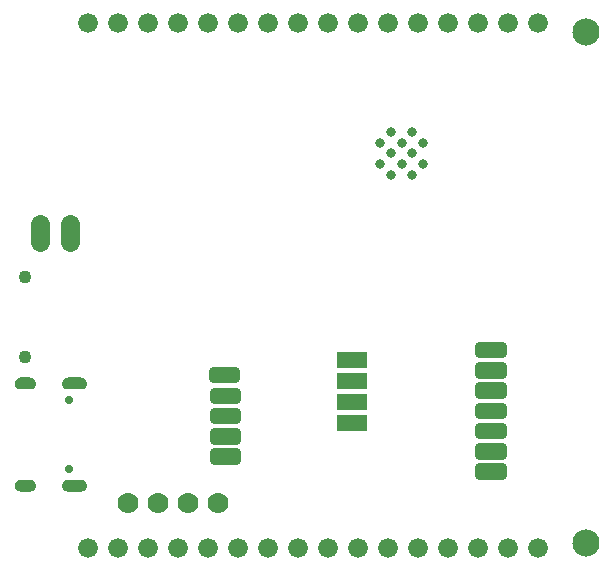
<source format=gbr>
G04 EAGLE Gerber RS-274X export*
G75*
%MOMM*%
%FSLAX34Y34*%
%LPD*%
%INSoldermask Bottom*%
%IPPOS*%
%AMOC8*
5,1,8,0,0,1.08239X$1,22.5*%
G01*
%ADD10C,2.301600*%
%ADD11C,1.676400*%
%ADD12C,0.809600*%
%ADD13C,1.101600*%
%ADD14C,0.701600*%
%ADD15C,1.625600*%
%ADD16C,1.778000*%
%ADD17R,2.641600X1.371600*%
%ADD18C,0.740663*%

G36*
X87208Y-179742D02*
X87208Y-179742D01*
X87211Y-179744D01*
X88323Y-179619D01*
X88329Y-179613D01*
X88334Y-179616D01*
X89391Y-179246D01*
X89395Y-179240D01*
X89401Y-179242D01*
X90349Y-178646D01*
X90352Y-178638D01*
X90357Y-178639D01*
X91149Y-177847D01*
X91150Y-177839D01*
X91156Y-177839D01*
X91752Y-176891D01*
X91751Y-176882D01*
X91756Y-176881D01*
X92126Y-175824D01*
X92125Y-175820D01*
X92127Y-175818D01*
X92125Y-175815D01*
X92129Y-175813D01*
X92254Y-174701D01*
X92250Y-174694D01*
X92254Y-174690D01*
X92141Y-173587D01*
X92135Y-173581D01*
X92139Y-173577D01*
X91783Y-172527D01*
X91776Y-172522D01*
X91778Y-172517D01*
X91198Y-171572D01*
X91191Y-171569D01*
X91191Y-171563D01*
X90416Y-170772D01*
X90407Y-170770D01*
X90407Y-170765D01*
X89474Y-170165D01*
X89466Y-170166D01*
X89465Y-170161D01*
X88422Y-169784D01*
X88414Y-169786D01*
X88411Y-169781D01*
X87311Y-169646D01*
X87308Y-169648D01*
X87307Y-169648D01*
X87305Y-169646D01*
X76305Y-169646D01*
X76302Y-169648D01*
X76300Y-169646D01*
X75175Y-169762D01*
X75169Y-169767D01*
X75164Y-169764D01*
X74093Y-170127D01*
X74089Y-170134D01*
X74083Y-170131D01*
X73120Y-170724D01*
X73117Y-170731D01*
X73111Y-170730D01*
X72303Y-171522D01*
X72302Y-171530D01*
X72297Y-171531D01*
X71685Y-172482D01*
X71686Y-172488D01*
X71682Y-172491D01*
X71682Y-172492D01*
X71681Y-172492D01*
X71296Y-173556D01*
X71299Y-173564D01*
X71294Y-173567D01*
X71156Y-174689D01*
X71160Y-174696D01*
X71156Y-174701D01*
X71281Y-175813D01*
X71287Y-175819D01*
X71284Y-175824D01*
X71654Y-176881D01*
X71661Y-176885D01*
X71658Y-176891D01*
X72254Y-177839D01*
X72262Y-177842D01*
X72261Y-177847D01*
X73053Y-178639D01*
X73061Y-178640D01*
X73061Y-178646D01*
X74009Y-179242D01*
X74018Y-179241D01*
X74019Y-179246D01*
X75076Y-179616D01*
X75084Y-179614D01*
X75087Y-179619D01*
X76200Y-179744D01*
X76203Y-179742D01*
X76205Y-179744D01*
X87205Y-179744D01*
X87208Y-179742D01*
G37*
G36*
X87208Y-93242D02*
X87208Y-93242D01*
X87211Y-93244D01*
X88323Y-93119D01*
X88329Y-93113D01*
X88334Y-93116D01*
X89391Y-92746D01*
X89395Y-92740D01*
X89401Y-92742D01*
X90349Y-92146D01*
X90352Y-92138D01*
X90357Y-92139D01*
X91149Y-91347D01*
X91150Y-91339D01*
X91156Y-91339D01*
X91752Y-90391D01*
X91751Y-90382D01*
X91756Y-90381D01*
X92126Y-89324D01*
X92125Y-89320D01*
X92127Y-89318D01*
X92125Y-89315D01*
X92129Y-89313D01*
X92254Y-88201D01*
X92250Y-88193D01*
X92254Y-88190D01*
X92129Y-87077D01*
X92123Y-87071D01*
X92126Y-87066D01*
X91756Y-86009D01*
X91750Y-86005D01*
X91752Y-85999D01*
X91156Y-85051D01*
X91148Y-85048D01*
X91149Y-85043D01*
X90357Y-84251D01*
X90349Y-84250D01*
X90349Y-84244D01*
X89401Y-83648D01*
X89392Y-83649D01*
X89391Y-83644D01*
X88334Y-83274D01*
X88326Y-83276D01*
X88323Y-83271D01*
X87211Y-83146D01*
X87207Y-83148D01*
X87205Y-83146D01*
X76205Y-83146D01*
X76202Y-83148D01*
X76201Y-83148D01*
X76200Y-83146D01*
X75087Y-83271D01*
X75081Y-83277D01*
X75076Y-83274D01*
X74019Y-83644D01*
X74015Y-83651D01*
X74009Y-83648D01*
X73061Y-84244D01*
X73058Y-84252D01*
X73053Y-84251D01*
X72261Y-85043D01*
X72260Y-85051D01*
X72254Y-85051D01*
X71658Y-85999D01*
X71659Y-86008D01*
X71654Y-86009D01*
X71284Y-87066D01*
X71286Y-87072D01*
X71282Y-87075D01*
X71283Y-87076D01*
X71281Y-87077D01*
X71156Y-88190D01*
X71160Y-88197D01*
X71156Y-88201D01*
X71281Y-89313D01*
X71287Y-89319D01*
X71284Y-89324D01*
X71654Y-90381D01*
X71661Y-90385D01*
X71658Y-90391D01*
X72254Y-91339D01*
X72262Y-91342D01*
X72261Y-91347D01*
X73053Y-92139D01*
X73061Y-92140D01*
X73061Y-92146D01*
X74009Y-92742D01*
X74018Y-92741D01*
X74019Y-92746D01*
X75076Y-93116D01*
X75084Y-93114D01*
X75087Y-93119D01*
X76200Y-93244D01*
X76203Y-93242D01*
X76205Y-93244D01*
X87205Y-93244D01*
X87208Y-93242D01*
G37*
G36*
X44008Y-93242D02*
X44008Y-93242D01*
X44011Y-93244D01*
X45123Y-93119D01*
X45129Y-93113D01*
X45134Y-93116D01*
X46191Y-92746D01*
X46195Y-92740D01*
X46201Y-92742D01*
X47149Y-92146D01*
X47152Y-92138D01*
X47157Y-92139D01*
X47949Y-91347D01*
X47950Y-91339D01*
X47956Y-91339D01*
X48552Y-90391D01*
X48551Y-90382D01*
X48556Y-90381D01*
X48926Y-89324D01*
X48925Y-89320D01*
X48927Y-89318D01*
X48925Y-89315D01*
X48929Y-89313D01*
X49054Y-88201D01*
X49050Y-88193D01*
X49054Y-88190D01*
X48929Y-87077D01*
X48923Y-87071D01*
X48926Y-87066D01*
X48556Y-86009D01*
X48550Y-86005D01*
X48552Y-85999D01*
X47956Y-85051D01*
X47948Y-85048D01*
X47949Y-85043D01*
X47157Y-84251D01*
X47149Y-84250D01*
X47149Y-84244D01*
X46201Y-83648D01*
X46192Y-83649D01*
X46191Y-83644D01*
X45134Y-83274D01*
X45126Y-83276D01*
X45123Y-83271D01*
X44011Y-83146D01*
X44007Y-83148D01*
X44005Y-83146D01*
X36005Y-83146D01*
X36002Y-83148D01*
X36001Y-83148D01*
X36000Y-83146D01*
X34887Y-83271D01*
X34881Y-83277D01*
X34876Y-83274D01*
X33819Y-83644D01*
X33815Y-83651D01*
X33809Y-83648D01*
X32861Y-84244D01*
X32858Y-84252D01*
X32853Y-84251D01*
X32061Y-85043D01*
X32060Y-85051D01*
X32054Y-85051D01*
X31458Y-85999D01*
X31459Y-86008D01*
X31454Y-86009D01*
X31084Y-87066D01*
X31086Y-87072D01*
X31082Y-87075D01*
X31083Y-87076D01*
X31081Y-87077D01*
X30956Y-88190D01*
X30960Y-88197D01*
X30956Y-88201D01*
X31081Y-89313D01*
X31087Y-89319D01*
X31084Y-89324D01*
X31454Y-90381D01*
X31461Y-90385D01*
X31458Y-90391D01*
X32054Y-91339D01*
X32062Y-91342D01*
X32061Y-91347D01*
X32853Y-92139D01*
X32861Y-92140D01*
X32861Y-92146D01*
X33809Y-92742D01*
X33818Y-92741D01*
X33819Y-92746D01*
X34876Y-93116D01*
X34884Y-93114D01*
X34887Y-93119D01*
X36000Y-93244D01*
X36003Y-93242D01*
X36005Y-93244D01*
X44005Y-93244D01*
X44008Y-93242D01*
G37*
G36*
X44008Y-179742D02*
X44008Y-179742D01*
X44011Y-179744D01*
X45123Y-179619D01*
X45129Y-179613D01*
X45134Y-179616D01*
X46191Y-179246D01*
X46195Y-179240D01*
X46201Y-179242D01*
X47149Y-178646D01*
X47152Y-178638D01*
X47157Y-178639D01*
X47949Y-177847D01*
X47950Y-177839D01*
X47956Y-177839D01*
X48552Y-176891D01*
X48551Y-176882D01*
X48556Y-176881D01*
X48926Y-175824D01*
X48925Y-175820D01*
X48927Y-175818D01*
X48925Y-175815D01*
X48929Y-175813D01*
X49054Y-174701D01*
X49050Y-174693D01*
X49054Y-174690D01*
X48929Y-173577D01*
X48923Y-173571D01*
X48926Y-173566D01*
X48556Y-172509D01*
X48550Y-172505D01*
X48552Y-172499D01*
X47956Y-171551D01*
X47948Y-171548D01*
X47949Y-171543D01*
X47157Y-170751D01*
X47149Y-170750D01*
X47149Y-170744D01*
X46201Y-170148D01*
X46192Y-170149D01*
X46191Y-170144D01*
X45134Y-169774D01*
X45126Y-169776D01*
X45123Y-169771D01*
X44011Y-169646D01*
X44007Y-169648D01*
X44005Y-169646D01*
X36005Y-169646D01*
X36002Y-169648D01*
X36001Y-169648D01*
X36000Y-169646D01*
X34887Y-169771D01*
X34881Y-169777D01*
X34876Y-169774D01*
X33819Y-170144D01*
X33815Y-170151D01*
X33809Y-170148D01*
X32861Y-170744D01*
X32858Y-170752D01*
X32853Y-170751D01*
X32061Y-171543D01*
X32060Y-171551D01*
X32054Y-171551D01*
X31458Y-172499D01*
X31459Y-172508D01*
X31454Y-172509D01*
X31084Y-173566D01*
X31086Y-173572D01*
X31082Y-173575D01*
X31083Y-173576D01*
X31081Y-173577D01*
X30956Y-174690D01*
X30960Y-174697D01*
X30956Y-174701D01*
X31081Y-175813D01*
X31087Y-175819D01*
X31084Y-175824D01*
X31454Y-176881D01*
X31461Y-176885D01*
X31458Y-176891D01*
X32054Y-177839D01*
X32062Y-177842D01*
X32061Y-177847D01*
X32853Y-178639D01*
X32861Y-178640D01*
X32861Y-178646D01*
X33809Y-179242D01*
X33818Y-179241D01*
X33819Y-179246D01*
X34876Y-179616D01*
X34884Y-179614D01*
X34887Y-179619D01*
X36000Y-179744D01*
X36003Y-179742D01*
X36005Y-179744D01*
X44005Y-179744D01*
X44008Y-179742D01*
G37*
D10*
X514350Y-223520D03*
X514350Y209550D03*
D11*
X93345Y-227965D03*
X118745Y-227965D03*
X144145Y-227965D03*
X169545Y-227965D03*
X194945Y-227965D03*
X220345Y-227965D03*
X245745Y-227965D03*
X271145Y-227965D03*
X296545Y-227965D03*
X321945Y-227965D03*
X347345Y-227965D03*
X372745Y-227965D03*
X398145Y-227965D03*
X423545Y-227965D03*
X448945Y-227965D03*
X474345Y-227965D03*
D12*
X376950Y115695D03*
X376950Y97345D03*
X367775Y124870D03*
X367775Y106520D03*
X367775Y88170D03*
X358600Y115695D03*
X358600Y97345D03*
X349425Y124870D03*
X349425Y106520D03*
X349425Y88170D03*
X340250Y115695D03*
X340250Y97345D03*
D13*
X40005Y2250D03*
X40005Y-65750D03*
D14*
X76805Y-102545D03*
X76805Y-160345D03*
D15*
X78105Y31750D02*
X78105Y46990D01*
X52705Y46990D02*
X52705Y31750D01*
D11*
X473710Y216535D03*
X448310Y216535D03*
X422910Y216535D03*
X397510Y216535D03*
X372110Y216535D03*
X346710Y216535D03*
X321310Y216535D03*
X295910Y216535D03*
X270510Y216535D03*
X245110Y216535D03*
X219710Y216535D03*
X194310Y216535D03*
X168910Y216535D03*
X143510Y216535D03*
X118110Y216535D03*
X92710Y216535D03*
D16*
X127000Y-189230D03*
X152400Y-189230D03*
X177800Y-189230D03*
X203200Y-189230D03*
D17*
X316230Y-68580D03*
X316230Y-86360D03*
X316230Y-104140D03*
X316230Y-121920D03*
D18*
X443210Y-159405D02*
X443210Y-165715D01*
X424200Y-165715D01*
X424200Y-159405D01*
X443210Y-159405D01*
X424200Y-148570D02*
X424200Y-142260D01*
X443210Y-142260D01*
X443210Y-148570D01*
X424200Y-148570D01*
X424200Y-131425D02*
X424200Y-125115D01*
X443210Y-125115D01*
X443210Y-131425D01*
X424200Y-131425D01*
X424200Y-114280D02*
X424200Y-107970D01*
X443210Y-107970D01*
X443210Y-114280D01*
X424200Y-114280D01*
X424200Y-97135D02*
X424200Y-90825D01*
X443210Y-90825D01*
X443210Y-97135D01*
X424200Y-97135D01*
X443210Y-79990D02*
X443210Y-73680D01*
X443210Y-79990D02*
X424200Y-79990D01*
X424200Y-73680D01*
X443210Y-73680D01*
X424200Y-62845D02*
X424200Y-56535D01*
X443210Y-56535D01*
X443210Y-62845D01*
X424200Y-62845D01*
X199410Y-146705D02*
X199410Y-153015D01*
X199410Y-146705D02*
X218420Y-146705D01*
X218420Y-153015D01*
X199410Y-153015D01*
X199410Y-135870D02*
X199410Y-129560D01*
X218420Y-129560D01*
X218420Y-135870D01*
X199410Y-135870D01*
X199410Y-118725D02*
X199410Y-112415D01*
X218420Y-112415D01*
X218420Y-118725D01*
X199410Y-118725D01*
X199410Y-101580D02*
X199410Y-95270D01*
X218420Y-95270D01*
X218420Y-101580D01*
X199410Y-101580D01*
X198775Y-83800D02*
X198775Y-77490D01*
X217785Y-77490D01*
X217785Y-83800D01*
X198775Y-83800D01*
M02*

</source>
